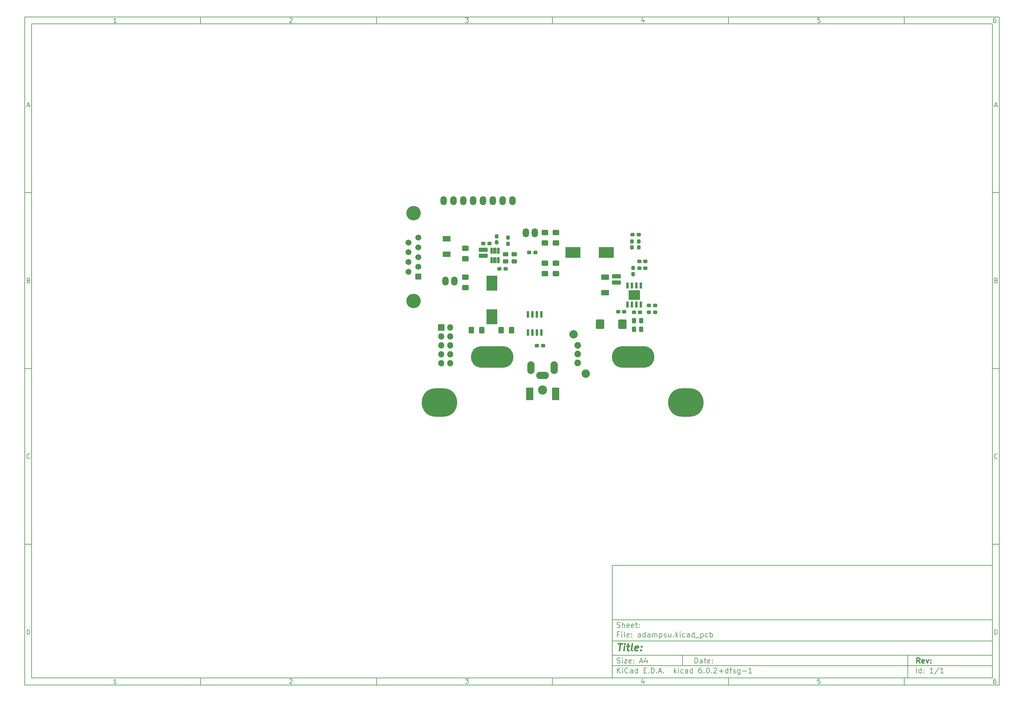
<source format=gbr>
G04 #@! TF.GenerationSoftware,KiCad,Pcbnew,6.0.2+dfsg-1*
G04 #@! TF.CreationDate,2023-07-16T14:07:35-07:00*
G04 #@! TF.ProjectId,adampsu,6164616d-7073-4752-9e6b-696361645f70,rev?*
G04 #@! TF.SameCoordinates,Original*
G04 #@! TF.FileFunction,Soldermask,Top*
G04 #@! TF.FilePolarity,Negative*
%FSLAX46Y46*%
G04 Gerber Fmt 4.6, Leading zero omitted, Abs format (unit mm)*
G04 Created by KiCad (PCBNEW 6.0.2+dfsg-1) date 2023-07-16 14:07:35*
%MOMM*%
%LPD*%
G01*
G04 APERTURE LIST*
G04 Aperture macros list*
%AMRoundRect*
0 Rectangle with rounded corners*
0 $1 Rounding radius*
0 $2 $3 $4 $5 $6 $7 $8 $9 X,Y pos of 4 corners*
0 Add a 4 corners polygon primitive as box body*
4,1,4,$2,$3,$4,$5,$6,$7,$8,$9,$2,$3,0*
0 Add four circle primitives for the rounded corners*
1,1,$1+$1,$2,$3*
1,1,$1+$1,$4,$5*
1,1,$1+$1,$6,$7*
1,1,$1+$1,$8,$9*
0 Add four rect primitives between the rounded corners*
20,1,$1+$1,$2,$3,$4,$5,0*
20,1,$1+$1,$4,$5,$6,$7,0*
20,1,$1+$1,$6,$7,$8,$9,0*
20,1,$1+$1,$8,$9,$2,$3,0*%
G04 Aperture macros list end*
%ADD10C,0.100000*%
%ADD11C,0.150000*%
%ADD12C,0.300000*%
%ADD13C,0.400000*%
%ADD14O,1.802000X2.602000*%
%ADD15RoundRect,0.301000X0.450000X-0.325000X0.450000X0.325000X-0.450000X0.325000X-0.450000X-0.325000X0*%
%ADD16RoundRect,0.051000X-1.500000X2.050000X-1.500000X-2.050000X1.500000X-2.050000X1.500000X2.050000X0*%
%ADD17RoundRect,0.300550X-0.950450X0.325450X-0.950450X-0.325450X0.950450X-0.325450X0.950450X0.325450X0*%
%ADD18RoundRect,0.051000X2.050000X1.500000X-2.050000X1.500000X-2.050000X-1.500000X2.050000X-1.500000X0*%
%ADD19RoundRect,0.301001X0.624999X-0.462499X0.624999X0.462499X-0.624999X0.462499X-0.624999X-0.462499X0*%
%ADD20RoundRect,0.288500X0.237500X-0.287500X0.237500X0.287500X-0.237500X0.287500X-0.237500X-0.287500X0*%
%ADD21RoundRect,0.051000X0.300000X-0.775000X0.300000X0.775000X-0.300000X0.775000X-0.300000X-0.775000X0*%
%ADD22RoundRect,0.051000X1.550000X-1.300000X1.550000X1.300000X-1.550000X1.300000X-1.550000X-1.300000X0*%
%ADD23RoundRect,0.051000X-0.850000X-0.850000X0.850000X-0.850000X0.850000X0.850000X-0.850000X0.850000X0*%
%ADD24O,1.802000X1.802000*%
%ADD25RoundRect,0.288500X-0.287500X-0.237500X0.287500X-0.237500X0.287500X0.237500X-0.287500X0.237500X0*%
%ADD26RoundRect,0.288500X-0.237500X0.287500X-0.237500X-0.287500X0.237500X-0.287500X0.237500X0.287500X0*%
%ADD27RoundRect,0.288500X0.287500X0.237500X-0.287500X0.237500X-0.287500X-0.237500X0.287500X-0.237500X0*%
%ADD28RoundRect,0.301001X-0.462499X-0.624999X0.462499X-0.624999X0.462499X0.624999X-0.462499X0.624999X0*%
%ADD29RoundRect,0.301000X0.875000X1.025000X-0.875000X1.025000X-0.875000X-1.025000X0.875000X-1.025000X0*%
%ADD30RoundRect,0.301000X-0.325000X-0.450000X0.325000X-0.450000X0.325000X0.450000X-0.325000X0.450000X0*%
%ADD31RoundRect,0.301001X-0.624999X0.462499X-0.624999X-0.462499X0.624999X-0.462499X0.624999X0.462499X0*%
%ADD32RoundRect,0.051000X0.325000X-0.780000X0.325000X0.780000X-0.325000X0.780000X-0.325000X-0.780000X0*%
%ADD33C,2.602000*%
%ADD34O,2.102000X3.602000*%
%ADD35O,3.602000X2.102000*%
%ADD36RoundRect,0.051000X-1.000000X-1.750000X1.000000X-1.750000X1.000000X1.750000X-1.000000X1.750000X0*%
%ADD37RoundRect,0.051000X1.050000X-0.700000X1.050000X0.700000X-1.050000X0.700000X-1.050000X-0.700000X0*%
%ADD38RoundRect,0.051000X-1.050000X0.700000X-1.050000X-0.700000X1.050000X-0.700000X1.050000X0.700000X0*%
%ADD39C,4.102000*%
%ADD40RoundRect,0.051000X-0.800000X0.800000X-0.800000X-0.800000X0.800000X-0.800000X0.800000X0.800000X0*%
%ADD41C,1.702000*%
%ADD42C,1.880000*%
%ADD43C,2.388000*%
%ADD44O,10.102000X8.102000*%
%ADD45O,12.102000X6.102000*%
%ADD46RoundRect,0.301001X0.462499X0.624999X-0.462499X0.624999X-0.462499X-0.624999X0.462499X-0.624999X0*%
%ADD47RoundRect,0.201000X0.150000X-0.725000X0.150000X0.725000X-0.150000X0.725000X-0.150000X-0.725000X0*%
G04 APERTURE END LIST*
D10*
D11*
X177002200Y-166007200D02*
X177002200Y-198007200D01*
X285002200Y-198007200D01*
X285002200Y-166007200D01*
X177002200Y-166007200D01*
D10*
D11*
X10000000Y-10000000D02*
X10000000Y-200007200D01*
X287002200Y-200007200D01*
X287002200Y-10000000D01*
X10000000Y-10000000D01*
D10*
D11*
X12000000Y-12000000D02*
X12000000Y-198007200D01*
X285002200Y-198007200D01*
X285002200Y-12000000D01*
X12000000Y-12000000D01*
D10*
D11*
X60000000Y-12000000D02*
X60000000Y-10000000D01*
D10*
D11*
X110000000Y-12000000D02*
X110000000Y-10000000D01*
D10*
D11*
X160000000Y-12000000D02*
X160000000Y-10000000D01*
D10*
D11*
X210000000Y-12000000D02*
X210000000Y-10000000D01*
D10*
D11*
X260000000Y-12000000D02*
X260000000Y-10000000D01*
D10*
D11*
X36065476Y-11588095D02*
X35322619Y-11588095D01*
X35694047Y-11588095D02*
X35694047Y-10288095D01*
X35570238Y-10473809D01*
X35446428Y-10597619D01*
X35322619Y-10659523D01*
D10*
D11*
X85322619Y-10411904D02*
X85384523Y-10350000D01*
X85508333Y-10288095D01*
X85817857Y-10288095D01*
X85941666Y-10350000D01*
X86003571Y-10411904D01*
X86065476Y-10535714D01*
X86065476Y-10659523D01*
X86003571Y-10845238D01*
X85260714Y-11588095D01*
X86065476Y-11588095D01*
D10*
D11*
X135260714Y-10288095D02*
X136065476Y-10288095D01*
X135632142Y-10783333D01*
X135817857Y-10783333D01*
X135941666Y-10845238D01*
X136003571Y-10907142D01*
X136065476Y-11030952D01*
X136065476Y-11340476D01*
X136003571Y-11464285D01*
X135941666Y-11526190D01*
X135817857Y-11588095D01*
X135446428Y-11588095D01*
X135322619Y-11526190D01*
X135260714Y-11464285D01*
D10*
D11*
X185941666Y-10721428D02*
X185941666Y-11588095D01*
X185632142Y-10226190D02*
X185322619Y-11154761D01*
X186127380Y-11154761D01*
D10*
D11*
X236003571Y-10288095D02*
X235384523Y-10288095D01*
X235322619Y-10907142D01*
X235384523Y-10845238D01*
X235508333Y-10783333D01*
X235817857Y-10783333D01*
X235941666Y-10845238D01*
X236003571Y-10907142D01*
X236065476Y-11030952D01*
X236065476Y-11340476D01*
X236003571Y-11464285D01*
X235941666Y-11526190D01*
X235817857Y-11588095D01*
X235508333Y-11588095D01*
X235384523Y-11526190D01*
X235322619Y-11464285D01*
D10*
D11*
X285941666Y-10288095D02*
X285694047Y-10288095D01*
X285570238Y-10350000D01*
X285508333Y-10411904D01*
X285384523Y-10597619D01*
X285322619Y-10845238D01*
X285322619Y-11340476D01*
X285384523Y-11464285D01*
X285446428Y-11526190D01*
X285570238Y-11588095D01*
X285817857Y-11588095D01*
X285941666Y-11526190D01*
X286003571Y-11464285D01*
X286065476Y-11340476D01*
X286065476Y-11030952D01*
X286003571Y-10907142D01*
X285941666Y-10845238D01*
X285817857Y-10783333D01*
X285570238Y-10783333D01*
X285446428Y-10845238D01*
X285384523Y-10907142D01*
X285322619Y-11030952D01*
D10*
D11*
X60000000Y-198007200D02*
X60000000Y-200007200D01*
D10*
D11*
X110000000Y-198007200D02*
X110000000Y-200007200D01*
D10*
D11*
X160000000Y-198007200D02*
X160000000Y-200007200D01*
D10*
D11*
X210000000Y-198007200D02*
X210000000Y-200007200D01*
D10*
D11*
X260000000Y-198007200D02*
X260000000Y-200007200D01*
D10*
D11*
X36065476Y-199595295D02*
X35322619Y-199595295D01*
X35694047Y-199595295D02*
X35694047Y-198295295D01*
X35570238Y-198481009D01*
X35446428Y-198604819D01*
X35322619Y-198666723D01*
D10*
D11*
X85322619Y-198419104D02*
X85384523Y-198357200D01*
X85508333Y-198295295D01*
X85817857Y-198295295D01*
X85941666Y-198357200D01*
X86003571Y-198419104D01*
X86065476Y-198542914D01*
X86065476Y-198666723D01*
X86003571Y-198852438D01*
X85260714Y-199595295D01*
X86065476Y-199595295D01*
D10*
D11*
X135260714Y-198295295D02*
X136065476Y-198295295D01*
X135632142Y-198790533D01*
X135817857Y-198790533D01*
X135941666Y-198852438D01*
X136003571Y-198914342D01*
X136065476Y-199038152D01*
X136065476Y-199347676D01*
X136003571Y-199471485D01*
X135941666Y-199533390D01*
X135817857Y-199595295D01*
X135446428Y-199595295D01*
X135322619Y-199533390D01*
X135260714Y-199471485D01*
D10*
D11*
X185941666Y-198728628D02*
X185941666Y-199595295D01*
X185632142Y-198233390D02*
X185322619Y-199161961D01*
X186127380Y-199161961D01*
D10*
D11*
X236003571Y-198295295D02*
X235384523Y-198295295D01*
X235322619Y-198914342D01*
X235384523Y-198852438D01*
X235508333Y-198790533D01*
X235817857Y-198790533D01*
X235941666Y-198852438D01*
X236003571Y-198914342D01*
X236065476Y-199038152D01*
X236065476Y-199347676D01*
X236003571Y-199471485D01*
X235941666Y-199533390D01*
X235817857Y-199595295D01*
X235508333Y-199595295D01*
X235384523Y-199533390D01*
X235322619Y-199471485D01*
D10*
D11*
X285941666Y-198295295D02*
X285694047Y-198295295D01*
X285570238Y-198357200D01*
X285508333Y-198419104D01*
X285384523Y-198604819D01*
X285322619Y-198852438D01*
X285322619Y-199347676D01*
X285384523Y-199471485D01*
X285446428Y-199533390D01*
X285570238Y-199595295D01*
X285817857Y-199595295D01*
X285941666Y-199533390D01*
X286003571Y-199471485D01*
X286065476Y-199347676D01*
X286065476Y-199038152D01*
X286003571Y-198914342D01*
X285941666Y-198852438D01*
X285817857Y-198790533D01*
X285570238Y-198790533D01*
X285446428Y-198852438D01*
X285384523Y-198914342D01*
X285322619Y-199038152D01*
D10*
D11*
X10000000Y-60000000D02*
X12000000Y-60000000D01*
D10*
D11*
X10000000Y-110000000D02*
X12000000Y-110000000D01*
D10*
D11*
X10000000Y-160000000D02*
X12000000Y-160000000D01*
D10*
D11*
X10690476Y-35216666D02*
X11309523Y-35216666D01*
X10566666Y-35588095D02*
X11000000Y-34288095D01*
X11433333Y-35588095D01*
D10*
D11*
X11092857Y-84907142D02*
X11278571Y-84969047D01*
X11340476Y-85030952D01*
X11402380Y-85154761D01*
X11402380Y-85340476D01*
X11340476Y-85464285D01*
X11278571Y-85526190D01*
X11154761Y-85588095D01*
X10659523Y-85588095D01*
X10659523Y-84288095D01*
X11092857Y-84288095D01*
X11216666Y-84350000D01*
X11278571Y-84411904D01*
X11340476Y-84535714D01*
X11340476Y-84659523D01*
X11278571Y-84783333D01*
X11216666Y-84845238D01*
X11092857Y-84907142D01*
X10659523Y-84907142D01*
D10*
D11*
X11402380Y-135464285D02*
X11340476Y-135526190D01*
X11154761Y-135588095D01*
X11030952Y-135588095D01*
X10845238Y-135526190D01*
X10721428Y-135402380D01*
X10659523Y-135278571D01*
X10597619Y-135030952D01*
X10597619Y-134845238D01*
X10659523Y-134597619D01*
X10721428Y-134473809D01*
X10845238Y-134350000D01*
X11030952Y-134288095D01*
X11154761Y-134288095D01*
X11340476Y-134350000D01*
X11402380Y-134411904D01*
D10*
D11*
X10659523Y-185588095D02*
X10659523Y-184288095D01*
X10969047Y-184288095D01*
X11154761Y-184350000D01*
X11278571Y-184473809D01*
X11340476Y-184597619D01*
X11402380Y-184845238D01*
X11402380Y-185030952D01*
X11340476Y-185278571D01*
X11278571Y-185402380D01*
X11154761Y-185526190D01*
X10969047Y-185588095D01*
X10659523Y-185588095D01*
D10*
D11*
X287002200Y-60000000D02*
X285002200Y-60000000D01*
D10*
D11*
X287002200Y-110000000D02*
X285002200Y-110000000D01*
D10*
D11*
X287002200Y-160000000D02*
X285002200Y-160000000D01*
D10*
D11*
X285692676Y-35216666D02*
X286311723Y-35216666D01*
X285568866Y-35588095D02*
X286002200Y-34288095D01*
X286435533Y-35588095D01*
D10*
D11*
X286095057Y-84907142D02*
X286280771Y-84969047D01*
X286342676Y-85030952D01*
X286404580Y-85154761D01*
X286404580Y-85340476D01*
X286342676Y-85464285D01*
X286280771Y-85526190D01*
X286156961Y-85588095D01*
X285661723Y-85588095D01*
X285661723Y-84288095D01*
X286095057Y-84288095D01*
X286218866Y-84350000D01*
X286280771Y-84411904D01*
X286342676Y-84535714D01*
X286342676Y-84659523D01*
X286280771Y-84783333D01*
X286218866Y-84845238D01*
X286095057Y-84907142D01*
X285661723Y-84907142D01*
D10*
D11*
X286404580Y-135464285D02*
X286342676Y-135526190D01*
X286156961Y-135588095D01*
X286033152Y-135588095D01*
X285847438Y-135526190D01*
X285723628Y-135402380D01*
X285661723Y-135278571D01*
X285599819Y-135030952D01*
X285599819Y-134845238D01*
X285661723Y-134597619D01*
X285723628Y-134473809D01*
X285847438Y-134350000D01*
X286033152Y-134288095D01*
X286156961Y-134288095D01*
X286342676Y-134350000D01*
X286404580Y-134411904D01*
D10*
D11*
X285661723Y-185588095D02*
X285661723Y-184288095D01*
X285971247Y-184288095D01*
X286156961Y-184350000D01*
X286280771Y-184473809D01*
X286342676Y-184597619D01*
X286404580Y-184845238D01*
X286404580Y-185030952D01*
X286342676Y-185278571D01*
X286280771Y-185402380D01*
X286156961Y-185526190D01*
X285971247Y-185588095D01*
X285661723Y-185588095D01*
D10*
D11*
X200434342Y-193785771D02*
X200434342Y-192285771D01*
X200791485Y-192285771D01*
X201005771Y-192357200D01*
X201148628Y-192500057D01*
X201220057Y-192642914D01*
X201291485Y-192928628D01*
X201291485Y-193142914D01*
X201220057Y-193428628D01*
X201148628Y-193571485D01*
X201005771Y-193714342D01*
X200791485Y-193785771D01*
X200434342Y-193785771D01*
X202577200Y-193785771D02*
X202577200Y-193000057D01*
X202505771Y-192857200D01*
X202362914Y-192785771D01*
X202077200Y-192785771D01*
X201934342Y-192857200D01*
X202577200Y-193714342D02*
X202434342Y-193785771D01*
X202077200Y-193785771D01*
X201934342Y-193714342D01*
X201862914Y-193571485D01*
X201862914Y-193428628D01*
X201934342Y-193285771D01*
X202077200Y-193214342D01*
X202434342Y-193214342D01*
X202577200Y-193142914D01*
X203077200Y-192785771D02*
X203648628Y-192785771D01*
X203291485Y-192285771D02*
X203291485Y-193571485D01*
X203362914Y-193714342D01*
X203505771Y-193785771D01*
X203648628Y-193785771D01*
X204720057Y-193714342D02*
X204577200Y-193785771D01*
X204291485Y-193785771D01*
X204148628Y-193714342D01*
X204077200Y-193571485D01*
X204077200Y-193000057D01*
X204148628Y-192857200D01*
X204291485Y-192785771D01*
X204577200Y-192785771D01*
X204720057Y-192857200D01*
X204791485Y-193000057D01*
X204791485Y-193142914D01*
X204077200Y-193285771D01*
X205434342Y-193642914D02*
X205505771Y-193714342D01*
X205434342Y-193785771D01*
X205362914Y-193714342D01*
X205434342Y-193642914D01*
X205434342Y-193785771D01*
X205434342Y-192857200D02*
X205505771Y-192928628D01*
X205434342Y-193000057D01*
X205362914Y-192928628D01*
X205434342Y-192857200D01*
X205434342Y-193000057D01*
D10*
D11*
X177002200Y-194507200D02*
X285002200Y-194507200D01*
D10*
D11*
X178434342Y-196585771D02*
X178434342Y-195085771D01*
X179291485Y-196585771D02*
X178648628Y-195728628D01*
X179291485Y-195085771D02*
X178434342Y-195942914D01*
X179934342Y-196585771D02*
X179934342Y-195585771D01*
X179934342Y-195085771D02*
X179862914Y-195157200D01*
X179934342Y-195228628D01*
X180005771Y-195157200D01*
X179934342Y-195085771D01*
X179934342Y-195228628D01*
X181505771Y-196442914D02*
X181434342Y-196514342D01*
X181220057Y-196585771D01*
X181077200Y-196585771D01*
X180862914Y-196514342D01*
X180720057Y-196371485D01*
X180648628Y-196228628D01*
X180577200Y-195942914D01*
X180577200Y-195728628D01*
X180648628Y-195442914D01*
X180720057Y-195300057D01*
X180862914Y-195157200D01*
X181077200Y-195085771D01*
X181220057Y-195085771D01*
X181434342Y-195157200D01*
X181505771Y-195228628D01*
X182791485Y-196585771D02*
X182791485Y-195800057D01*
X182720057Y-195657200D01*
X182577200Y-195585771D01*
X182291485Y-195585771D01*
X182148628Y-195657200D01*
X182791485Y-196514342D02*
X182648628Y-196585771D01*
X182291485Y-196585771D01*
X182148628Y-196514342D01*
X182077200Y-196371485D01*
X182077200Y-196228628D01*
X182148628Y-196085771D01*
X182291485Y-196014342D01*
X182648628Y-196014342D01*
X182791485Y-195942914D01*
X184148628Y-196585771D02*
X184148628Y-195085771D01*
X184148628Y-196514342D02*
X184005771Y-196585771D01*
X183720057Y-196585771D01*
X183577200Y-196514342D01*
X183505771Y-196442914D01*
X183434342Y-196300057D01*
X183434342Y-195871485D01*
X183505771Y-195728628D01*
X183577200Y-195657200D01*
X183720057Y-195585771D01*
X184005771Y-195585771D01*
X184148628Y-195657200D01*
X186005771Y-195800057D02*
X186505771Y-195800057D01*
X186720057Y-196585771D02*
X186005771Y-196585771D01*
X186005771Y-195085771D01*
X186720057Y-195085771D01*
X187362914Y-196442914D02*
X187434342Y-196514342D01*
X187362914Y-196585771D01*
X187291485Y-196514342D01*
X187362914Y-196442914D01*
X187362914Y-196585771D01*
X188077200Y-196585771D02*
X188077200Y-195085771D01*
X188434342Y-195085771D01*
X188648628Y-195157200D01*
X188791485Y-195300057D01*
X188862914Y-195442914D01*
X188934342Y-195728628D01*
X188934342Y-195942914D01*
X188862914Y-196228628D01*
X188791485Y-196371485D01*
X188648628Y-196514342D01*
X188434342Y-196585771D01*
X188077200Y-196585771D01*
X189577200Y-196442914D02*
X189648628Y-196514342D01*
X189577200Y-196585771D01*
X189505771Y-196514342D01*
X189577200Y-196442914D01*
X189577200Y-196585771D01*
X190220057Y-196157200D02*
X190934342Y-196157200D01*
X190077200Y-196585771D02*
X190577200Y-195085771D01*
X191077200Y-196585771D01*
X191577200Y-196442914D02*
X191648628Y-196514342D01*
X191577200Y-196585771D01*
X191505771Y-196514342D01*
X191577200Y-196442914D01*
X191577200Y-196585771D01*
X194577200Y-196585771D02*
X194577200Y-195085771D01*
X194720057Y-196014342D02*
X195148628Y-196585771D01*
X195148628Y-195585771D02*
X194577200Y-196157200D01*
X195791485Y-196585771D02*
X195791485Y-195585771D01*
X195791485Y-195085771D02*
X195720057Y-195157200D01*
X195791485Y-195228628D01*
X195862914Y-195157200D01*
X195791485Y-195085771D01*
X195791485Y-195228628D01*
X197148628Y-196514342D02*
X197005771Y-196585771D01*
X196720057Y-196585771D01*
X196577200Y-196514342D01*
X196505771Y-196442914D01*
X196434342Y-196300057D01*
X196434342Y-195871485D01*
X196505771Y-195728628D01*
X196577200Y-195657200D01*
X196720057Y-195585771D01*
X197005771Y-195585771D01*
X197148628Y-195657200D01*
X198434342Y-196585771D02*
X198434342Y-195800057D01*
X198362914Y-195657200D01*
X198220057Y-195585771D01*
X197934342Y-195585771D01*
X197791485Y-195657200D01*
X198434342Y-196514342D02*
X198291485Y-196585771D01*
X197934342Y-196585771D01*
X197791485Y-196514342D01*
X197720057Y-196371485D01*
X197720057Y-196228628D01*
X197791485Y-196085771D01*
X197934342Y-196014342D01*
X198291485Y-196014342D01*
X198434342Y-195942914D01*
X199791485Y-196585771D02*
X199791485Y-195085771D01*
X199791485Y-196514342D02*
X199648628Y-196585771D01*
X199362914Y-196585771D01*
X199220057Y-196514342D01*
X199148628Y-196442914D01*
X199077200Y-196300057D01*
X199077200Y-195871485D01*
X199148628Y-195728628D01*
X199220057Y-195657200D01*
X199362914Y-195585771D01*
X199648628Y-195585771D01*
X199791485Y-195657200D01*
X202291485Y-195085771D02*
X202005771Y-195085771D01*
X201862914Y-195157200D01*
X201791485Y-195228628D01*
X201648628Y-195442914D01*
X201577200Y-195728628D01*
X201577200Y-196300057D01*
X201648628Y-196442914D01*
X201720057Y-196514342D01*
X201862914Y-196585771D01*
X202148628Y-196585771D01*
X202291485Y-196514342D01*
X202362914Y-196442914D01*
X202434342Y-196300057D01*
X202434342Y-195942914D01*
X202362914Y-195800057D01*
X202291485Y-195728628D01*
X202148628Y-195657200D01*
X201862914Y-195657200D01*
X201720057Y-195728628D01*
X201648628Y-195800057D01*
X201577200Y-195942914D01*
X203077200Y-196442914D02*
X203148628Y-196514342D01*
X203077200Y-196585771D01*
X203005771Y-196514342D01*
X203077200Y-196442914D01*
X203077200Y-196585771D01*
X204077200Y-195085771D02*
X204220057Y-195085771D01*
X204362914Y-195157200D01*
X204434342Y-195228628D01*
X204505771Y-195371485D01*
X204577200Y-195657200D01*
X204577200Y-196014342D01*
X204505771Y-196300057D01*
X204434342Y-196442914D01*
X204362914Y-196514342D01*
X204220057Y-196585771D01*
X204077200Y-196585771D01*
X203934342Y-196514342D01*
X203862914Y-196442914D01*
X203791485Y-196300057D01*
X203720057Y-196014342D01*
X203720057Y-195657200D01*
X203791485Y-195371485D01*
X203862914Y-195228628D01*
X203934342Y-195157200D01*
X204077200Y-195085771D01*
X205220057Y-196442914D02*
X205291485Y-196514342D01*
X205220057Y-196585771D01*
X205148628Y-196514342D01*
X205220057Y-196442914D01*
X205220057Y-196585771D01*
X205862914Y-195228628D02*
X205934342Y-195157200D01*
X206077200Y-195085771D01*
X206434342Y-195085771D01*
X206577200Y-195157200D01*
X206648628Y-195228628D01*
X206720057Y-195371485D01*
X206720057Y-195514342D01*
X206648628Y-195728628D01*
X205791485Y-196585771D01*
X206720057Y-196585771D01*
X207362914Y-196014342D02*
X208505771Y-196014342D01*
X207934342Y-196585771D02*
X207934342Y-195442914D01*
X209862914Y-196585771D02*
X209862914Y-195085771D01*
X209862914Y-196514342D02*
X209720057Y-196585771D01*
X209434342Y-196585771D01*
X209291485Y-196514342D01*
X209220057Y-196442914D01*
X209148628Y-196300057D01*
X209148628Y-195871485D01*
X209220057Y-195728628D01*
X209291485Y-195657200D01*
X209434342Y-195585771D01*
X209720057Y-195585771D01*
X209862914Y-195657200D01*
X210362914Y-195585771D02*
X210934342Y-195585771D01*
X210577200Y-196585771D02*
X210577200Y-195300057D01*
X210648628Y-195157200D01*
X210791485Y-195085771D01*
X210934342Y-195085771D01*
X211362914Y-196514342D02*
X211505771Y-196585771D01*
X211791485Y-196585771D01*
X211934342Y-196514342D01*
X212005771Y-196371485D01*
X212005771Y-196300057D01*
X211934342Y-196157200D01*
X211791485Y-196085771D01*
X211577200Y-196085771D01*
X211434342Y-196014342D01*
X211362914Y-195871485D01*
X211362914Y-195800057D01*
X211434342Y-195657200D01*
X211577200Y-195585771D01*
X211791485Y-195585771D01*
X211934342Y-195657200D01*
X213291485Y-195585771D02*
X213291485Y-196800057D01*
X213220057Y-196942914D01*
X213148628Y-197014342D01*
X213005771Y-197085771D01*
X212791485Y-197085771D01*
X212648628Y-197014342D01*
X213291485Y-196514342D02*
X213148628Y-196585771D01*
X212862914Y-196585771D01*
X212720057Y-196514342D01*
X212648628Y-196442914D01*
X212577200Y-196300057D01*
X212577200Y-195871485D01*
X212648628Y-195728628D01*
X212720057Y-195657200D01*
X212862914Y-195585771D01*
X213148628Y-195585771D01*
X213291485Y-195657200D01*
X214005771Y-196014342D02*
X215148628Y-196014342D01*
X216648628Y-196585771D02*
X215791485Y-196585771D01*
X216220057Y-196585771D02*
X216220057Y-195085771D01*
X216077200Y-195300057D01*
X215934342Y-195442914D01*
X215791485Y-195514342D01*
D10*
D11*
X177002200Y-191507200D02*
X285002200Y-191507200D01*
D10*
D12*
X264411485Y-193785771D02*
X263911485Y-193071485D01*
X263554342Y-193785771D02*
X263554342Y-192285771D01*
X264125771Y-192285771D01*
X264268628Y-192357200D01*
X264340057Y-192428628D01*
X264411485Y-192571485D01*
X264411485Y-192785771D01*
X264340057Y-192928628D01*
X264268628Y-193000057D01*
X264125771Y-193071485D01*
X263554342Y-193071485D01*
X265625771Y-193714342D02*
X265482914Y-193785771D01*
X265197200Y-193785771D01*
X265054342Y-193714342D01*
X264982914Y-193571485D01*
X264982914Y-193000057D01*
X265054342Y-192857200D01*
X265197200Y-192785771D01*
X265482914Y-192785771D01*
X265625771Y-192857200D01*
X265697200Y-193000057D01*
X265697200Y-193142914D01*
X264982914Y-193285771D01*
X266197200Y-192785771D02*
X266554342Y-193785771D01*
X266911485Y-192785771D01*
X267482914Y-193642914D02*
X267554342Y-193714342D01*
X267482914Y-193785771D01*
X267411485Y-193714342D01*
X267482914Y-193642914D01*
X267482914Y-193785771D01*
X267482914Y-192857200D02*
X267554342Y-192928628D01*
X267482914Y-193000057D01*
X267411485Y-192928628D01*
X267482914Y-192857200D01*
X267482914Y-193000057D01*
D10*
D11*
X178362914Y-193714342D02*
X178577200Y-193785771D01*
X178934342Y-193785771D01*
X179077200Y-193714342D01*
X179148628Y-193642914D01*
X179220057Y-193500057D01*
X179220057Y-193357200D01*
X179148628Y-193214342D01*
X179077200Y-193142914D01*
X178934342Y-193071485D01*
X178648628Y-193000057D01*
X178505771Y-192928628D01*
X178434342Y-192857200D01*
X178362914Y-192714342D01*
X178362914Y-192571485D01*
X178434342Y-192428628D01*
X178505771Y-192357200D01*
X178648628Y-192285771D01*
X179005771Y-192285771D01*
X179220057Y-192357200D01*
X179862914Y-193785771D02*
X179862914Y-192785771D01*
X179862914Y-192285771D02*
X179791485Y-192357200D01*
X179862914Y-192428628D01*
X179934342Y-192357200D01*
X179862914Y-192285771D01*
X179862914Y-192428628D01*
X180434342Y-192785771D02*
X181220057Y-192785771D01*
X180434342Y-193785771D01*
X181220057Y-193785771D01*
X182362914Y-193714342D02*
X182220057Y-193785771D01*
X181934342Y-193785771D01*
X181791485Y-193714342D01*
X181720057Y-193571485D01*
X181720057Y-193000057D01*
X181791485Y-192857200D01*
X181934342Y-192785771D01*
X182220057Y-192785771D01*
X182362914Y-192857200D01*
X182434342Y-193000057D01*
X182434342Y-193142914D01*
X181720057Y-193285771D01*
X183077200Y-193642914D02*
X183148628Y-193714342D01*
X183077200Y-193785771D01*
X183005771Y-193714342D01*
X183077200Y-193642914D01*
X183077200Y-193785771D01*
X183077200Y-192857200D02*
X183148628Y-192928628D01*
X183077200Y-193000057D01*
X183005771Y-192928628D01*
X183077200Y-192857200D01*
X183077200Y-193000057D01*
X184862914Y-193357200D02*
X185577200Y-193357200D01*
X184720057Y-193785771D02*
X185220057Y-192285771D01*
X185720057Y-193785771D01*
X186862914Y-192785771D02*
X186862914Y-193785771D01*
X186505771Y-192214342D02*
X186148628Y-193285771D01*
X187077200Y-193285771D01*
D10*
D11*
X263434342Y-196585771D02*
X263434342Y-195085771D01*
X264791485Y-196585771D02*
X264791485Y-195085771D01*
X264791485Y-196514342D02*
X264648628Y-196585771D01*
X264362914Y-196585771D01*
X264220057Y-196514342D01*
X264148628Y-196442914D01*
X264077200Y-196300057D01*
X264077200Y-195871485D01*
X264148628Y-195728628D01*
X264220057Y-195657200D01*
X264362914Y-195585771D01*
X264648628Y-195585771D01*
X264791485Y-195657200D01*
X265505771Y-196442914D02*
X265577200Y-196514342D01*
X265505771Y-196585771D01*
X265434342Y-196514342D01*
X265505771Y-196442914D01*
X265505771Y-196585771D01*
X265505771Y-195657200D02*
X265577200Y-195728628D01*
X265505771Y-195800057D01*
X265434342Y-195728628D01*
X265505771Y-195657200D01*
X265505771Y-195800057D01*
X268148628Y-196585771D02*
X267291485Y-196585771D01*
X267720057Y-196585771D02*
X267720057Y-195085771D01*
X267577200Y-195300057D01*
X267434342Y-195442914D01*
X267291485Y-195514342D01*
X269862914Y-195014342D02*
X268577200Y-196942914D01*
X271148628Y-196585771D02*
X270291485Y-196585771D01*
X270720057Y-196585771D02*
X270720057Y-195085771D01*
X270577200Y-195300057D01*
X270434342Y-195442914D01*
X270291485Y-195514342D01*
D10*
D11*
X177002200Y-187507200D02*
X285002200Y-187507200D01*
D10*
D13*
X178714580Y-188211961D02*
X179857438Y-188211961D01*
X179036009Y-190211961D02*
X179286009Y-188211961D01*
X180274104Y-190211961D02*
X180440771Y-188878628D01*
X180524104Y-188211961D02*
X180416961Y-188307200D01*
X180500295Y-188402438D01*
X180607438Y-188307200D01*
X180524104Y-188211961D01*
X180500295Y-188402438D01*
X181107438Y-188878628D02*
X181869342Y-188878628D01*
X181476485Y-188211961D02*
X181262200Y-189926247D01*
X181333628Y-190116723D01*
X181512200Y-190211961D01*
X181702676Y-190211961D01*
X182655057Y-190211961D02*
X182476485Y-190116723D01*
X182405057Y-189926247D01*
X182619342Y-188211961D01*
X184190771Y-190116723D02*
X183988390Y-190211961D01*
X183607438Y-190211961D01*
X183428866Y-190116723D01*
X183357438Y-189926247D01*
X183452676Y-189164342D01*
X183571723Y-188973866D01*
X183774104Y-188878628D01*
X184155057Y-188878628D01*
X184333628Y-188973866D01*
X184405057Y-189164342D01*
X184381247Y-189354819D01*
X183405057Y-189545295D01*
X185155057Y-190021485D02*
X185238390Y-190116723D01*
X185131247Y-190211961D01*
X185047914Y-190116723D01*
X185155057Y-190021485D01*
X185131247Y-190211961D01*
X185286009Y-188973866D02*
X185369342Y-189069104D01*
X185262200Y-189164342D01*
X185178866Y-189069104D01*
X185286009Y-188973866D01*
X185262200Y-189164342D01*
D10*
D11*
X178934342Y-185600057D02*
X178434342Y-185600057D01*
X178434342Y-186385771D02*
X178434342Y-184885771D01*
X179148628Y-184885771D01*
X179720057Y-186385771D02*
X179720057Y-185385771D01*
X179720057Y-184885771D02*
X179648628Y-184957200D01*
X179720057Y-185028628D01*
X179791485Y-184957200D01*
X179720057Y-184885771D01*
X179720057Y-185028628D01*
X180648628Y-186385771D02*
X180505771Y-186314342D01*
X180434342Y-186171485D01*
X180434342Y-184885771D01*
X181791485Y-186314342D02*
X181648628Y-186385771D01*
X181362914Y-186385771D01*
X181220057Y-186314342D01*
X181148628Y-186171485D01*
X181148628Y-185600057D01*
X181220057Y-185457200D01*
X181362914Y-185385771D01*
X181648628Y-185385771D01*
X181791485Y-185457200D01*
X181862914Y-185600057D01*
X181862914Y-185742914D01*
X181148628Y-185885771D01*
X182505771Y-186242914D02*
X182577200Y-186314342D01*
X182505771Y-186385771D01*
X182434342Y-186314342D01*
X182505771Y-186242914D01*
X182505771Y-186385771D01*
X182505771Y-185457200D02*
X182577200Y-185528628D01*
X182505771Y-185600057D01*
X182434342Y-185528628D01*
X182505771Y-185457200D01*
X182505771Y-185600057D01*
X185005771Y-186385771D02*
X185005771Y-185600057D01*
X184934342Y-185457200D01*
X184791485Y-185385771D01*
X184505771Y-185385771D01*
X184362914Y-185457200D01*
X185005771Y-186314342D02*
X184862914Y-186385771D01*
X184505771Y-186385771D01*
X184362914Y-186314342D01*
X184291485Y-186171485D01*
X184291485Y-186028628D01*
X184362914Y-185885771D01*
X184505771Y-185814342D01*
X184862914Y-185814342D01*
X185005771Y-185742914D01*
X186362914Y-186385771D02*
X186362914Y-184885771D01*
X186362914Y-186314342D02*
X186220057Y-186385771D01*
X185934342Y-186385771D01*
X185791485Y-186314342D01*
X185720057Y-186242914D01*
X185648628Y-186100057D01*
X185648628Y-185671485D01*
X185720057Y-185528628D01*
X185791485Y-185457200D01*
X185934342Y-185385771D01*
X186220057Y-185385771D01*
X186362914Y-185457200D01*
X187720057Y-186385771D02*
X187720057Y-185600057D01*
X187648628Y-185457200D01*
X187505771Y-185385771D01*
X187220057Y-185385771D01*
X187077200Y-185457200D01*
X187720057Y-186314342D02*
X187577200Y-186385771D01*
X187220057Y-186385771D01*
X187077200Y-186314342D01*
X187005771Y-186171485D01*
X187005771Y-186028628D01*
X187077200Y-185885771D01*
X187220057Y-185814342D01*
X187577200Y-185814342D01*
X187720057Y-185742914D01*
X188434342Y-186385771D02*
X188434342Y-185385771D01*
X188434342Y-185528628D02*
X188505771Y-185457200D01*
X188648628Y-185385771D01*
X188862914Y-185385771D01*
X189005771Y-185457200D01*
X189077200Y-185600057D01*
X189077200Y-186385771D01*
X189077200Y-185600057D02*
X189148628Y-185457200D01*
X189291485Y-185385771D01*
X189505771Y-185385771D01*
X189648628Y-185457200D01*
X189720057Y-185600057D01*
X189720057Y-186385771D01*
X190434342Y-185385771D02*
X190434342Y-186885771D01*
X190434342Y-185457200D02*
X190577200Y-185385771D01*
X190862914Y-185385771D01*
X191005771Y-185457200D01*
X191077200Y-185528628D01*
X191148628Y-185671485D01*
X191148628Y-186100057D01*
X191077200Y-186242914D01*
X191005771Y-186314342D01*
X190862914Y-186385771D01*
X190577200Y-186385771D01*
X190434342Y-186314342D01*
X191720057Y-186314342D02*
X191862914Y-186385771D01*
X192148628Y-186385771D01*
X192291485Y-186314342D01*
X192362914Y-186171485D01*
X192362914Y-186100057D01*
X192291485Y-185957200D01*
X192148628Y-185885771D01*
X191934342Y-185885771D01*
X191791485Y-185814342D01*
X191720057Y-185671485D01*
X191720057Y-185600057D01*
X191791485Y-185457200D01*
X191934342Y-185385771D01*
X192148628Y-185385771D01*
X192291485Y-185457200D01*
X193648628Y-185385771D02*
X193648628Y-186385771D01*
X193005771Y-185385771D02*
X193005771Y-186171485D01*
X193077200Y-186314342D01*
X193220057Y-186385771D01*
X193434342Y-186385771D01*
X193577200Y-186314342D01*
X193648628Y-186242914D01*
X194362914Y-186242914D02*
X194434342Y-186314342D01*
X194362914Y-186385771D01*
X194291485Y-186314342D01*
X194362914Y-186242914D01*
X194362914Y-186385771D01*
X195077200Y-186385771D02*
X195077200Y-184885771D01*
X195220057Y-185814342D02*
X195648628Y-186385771D01*
X195648628Y-185385771D02*
X195077200Y-185957200D01*
X196291485Y-186385771D02*
X196291485Y-185385771D01*
X196291485Y-184885771D02*
X196220057Y-184957200D01*
X196291485Y-185028628D01*
X196362914Y-184957200D01*
X196291485Y-184885771D01*
X196291485Y-185028628D01*
X197648628Y-186314342D02*
X197505771Y-186385771D01*
X197220057Y-186385771D01*
X197077200Y-186314342D01*
X197005771Y-186242914D01*
X196934342Y-186100057D01*
X196934342Y-185671485D01*
X197005771Y-185528628D01*
X197077200Y-185457200D01*
X197220057Y-185385771D01*
X197505771Y-185385771D01*
X197648628Y-185457200D01*
X198934342Y-186385771D02*
X198934342Y-185600057D01*
X198862914Y-185457200D01*
X198720057Y-185385771D01*
X198434342Y-185385771D01*
X198291485Y-185457200D01*
X198934342Y-186314342D02*
X198791485Y-186385771D01*
X198434342Y-186385771D01*
X198291485Y-186314342D01*
X198220057Y-186171485D01*
X198220057Y-186028628D01*
X198291485Y-185885771D01*
X198434342Y-185814342D01*
X198791485Y-185814342D01*
X198934342Y-185742914D01*
X200291485Y-186385771D02*
X200291485Y-184885771D01*
X200291485Y-186314342D02*
X200148628Y-186385771D01*
X199862914Y-186385771D01*
X199720057Y-186314342D01*
X199648628Y-186242914D01*
X199577200Y-186100057D01*
X199577200Y-185671485D01*
X199648628Y-185528628D01*
X199720057Y-185457200D01*
X199862914Y-185385771D01*
X200148628Y-185385771D01*
X200291485Y-185457200D01*
X200648628Y-186528628D02*
X201791485Y-186528628D01*
X202148628Y-185385771D02*
X202148628Y-186885771D01*
X202148628Y-185457200D02*
X202291485Y-185385771D01*
X202577200Y-185385771D01*
X202720057Y-185457200D01*
X202791485Y-185528628D01*
X202862914Y-185671485D01*
X202862914Y-186100057D01*
X202791485Y-186242914D01*
X202720057Y-186314342D01*
X202577200Y-186385771D01*
X202291485Y-186385771D01*
X202148628Y-186314342D01*
X204148628Y-186314342D02*
X204005771Y-186385771D01*
X203720057Y-186385771D01*
X203577200Y-186314342D01*
X203505771Y-186242914D01*
X203434342Y-186100057D01*
X203434342Y-185671485D01*
X203505771Y-185528628D01*
X203577200Y-185457200D01*
X203720057Y-185385771D01*
X204005771Y-185385771D01*
X204148628Y-185457200D01*
X204791485Y-186385771D02*
X204791485Y-184885771D01*
X204791485Y-185457200D02*
X204934342Y-185385771D01*
X205220057Y-185385771D01*
X205362914Y-185457200D01*
X205434342Y-185528628D01*
X205505771Y-185671485D01*
X205505771Y-186100057D01*
X205434342Y-186242914D01*
X205362914Y-186314342D01*
X205220057Y-186385771D01*
X204934342Y-186385771D01*
X204791485Y-186314342D01*
D10*
D11*
X177002200Y-181507200D02*
X285002200Y-181507200D01*
D10*
D11*
X178362914Y-183614342D02*
X178577200Y-183685771D01*
X178934342Y-183685771D01*
X179077200Y-183614342D01*
X179148628Y-183542914D01*
X179220057Y-183400057D01*
X179220057Y-183257200D01*
X179148628Y-183114342D01*
X179077200Y-183042914D01*
X178934342Y-182971485D01*
X178648628Y-182900057D01*
X178505771Y-182828628D01*
X178434342Y-182757200D01*
X178362914Y-182614342D01*
X178362914Y-182471485D01*
X178434342Y-182328628D01*
X178505771Y-182257200D01*
X178648628Y-182185771D01*
X179005771Y-182185771D01*
X179220057Y-182257200D01*
X179862914Y-183685771D02*
X179862914Y-182185771D01*
X180505771Y-183685771D02*
X180505771Y-182900057D01*
X180434342Y-182757200D01*
X180291485Y-182685771D01*
X180077200Y-182685771D01*
X179934342Y-182757200D01*
X179862914Y-182828628D01*
X181791485Y-183614342D02*
X181648628Y-183685771D01*
X181362914Y-183685771D01*
X181220057Y-183614342D01*
X181148628Y-183471485D01*
X181148628Y-182900057D01*
X181220057Y-182757200D01*
X181362914Y-182685771D01*
X181648628Y-182685771D01*
X181791485Y-182757200D01*
X181862914Y-182900057D01*
X181862914Y-183042914D01*
X181148628Y-183185771D01*
X183077200Y-183614342D02*
X182934342Y-183685771D01*
X182648628Y-183685771D01*
X182505771Y-183614342D01*
X182434342Y-183471485D01*
X182434342Y-182900057D01*
X182505771Y-182757200D01*
X182648628Y-182685771D01*
X182934342Y-182685771D01*
X183077200Y-182757200D01*
X183148628Y-182900057D01*
X183148628Y-183042914D01*
X182434342Y-183185771D01*
X183577200Y-182685771D02*
X184148628Y-182685771D01*
X183791485Y-182185771D02*
X183791485Y-183471485D01*
X183862914Y-183614342D01*
X184005771Y-183685771D01*
X184148628Y-183685771D01*
X184648628Y-183542914D02*
X184720057Y-183614342D01*
X184648628Y-183685771D01*
X184577200Y-183614342D01*
X184648628Y-183542914D01*
X184648628Y-183685771D01*
X184648628Y-182757200D02*
X184720057Y-182828628D01*
X184648628Y-182900057D01*
X184577200Y-182828628D01*
X184648628Y-182757200D01*
X184648628Y-182900057D01*
D10*
D12*
D10*
D11*
D10*
D11*
D10*
D11*
D10*
D11*
D10*
D11*
X197002200Y-191507200D02*
X197002200Y-194507200D01*
D10*
D11*
X261002200Y-191507200D02*
X261002200Y-198007200D01*
D14*
X132080000Y-85090000D03*
D15*
X146685000Y-79520000D03*
X146685000Y-77470000D03*
D16*
X142764000Y-85738000D03*
X142764000Y-95238000D03*
D17*
X140335000Y-76200000D03*
X140335000Y-77950000D03*
D18*
X175275000Y-77010000D03*
X165775000Y-77010000D03*
D14*
X134620000Y-62230000D03*
X148590000Y-62230000D03*
D17*
X178145000Y-83755000D03*
X178145000Y-85505000D03*
D19*
X157825000Y-82985000D03*
X157825000Y-80010000D03*
D20*
X182590000Y-75585000D03*
X182590000Y-73835000D03*
D14*
X129032000Y-62230000D03*
D21*
X181320000Y-91775000D03*
X182590000Y-91775000D03*
X183860000Y-91775000D03*
X185130000Y-91775000D03*
X185130000Y-86375000D03*
X183860000Y-86375000D03*
X182590000Y-86375000D03*
X181320000Y-86375000D03*
D22*
X183225000Y-89075000D03*
D23*
X128400000Y-98360000D03*
D24*
X130940000Y-98360000D03*
X128400000Y-100900000D03*
X130940000Y-100900000D03*
X128400000Y-103440000D03*
X130940000Y-103440000D03*
X128400000Y-105980000D03*
X130940000Y-105980000D03*
X128400000Y-108520000D03*
X130940000Y-108520000D03*
D25*
X183150000Y-93980000D03*
X184900000Y-93980000D03*
D14*
X140208000Y-62230000D03*
D25*
X187430000Y-93980000D03*
X189180000Y-93980000D03*
D14*
X154940000Y-71374000D03*
D25*
X144937000Y-81674000D03*
X146687000Y-81674000D03*
D14*
X145796000Y-62230000D03*
D26*
X144145000Y-72390000D03*
X144145000Y-74140000D03*
D14*
X143002000Y-62230000D03*
D27*
X186400000Y-81455000D03*
X184650000Y-81455000D03*
D28*
X145415000Y-99060000D03*
X148390000Y-99060000D03*
D29*
X179900000Y-97360000D03*
X173500000Y-97360000D03*
D30*
X183137500Y-98860000D03*
X185187500Y-98860000D03*
D14*
X131826000Y-62230000D03*
D31*
X157825000Y-71320000D03*
X157825000Y-74295000D03*
D19*
X161000000Y-74295000D03*
X161000000Y-71320000D03*
D25*
X187430000Y-92075000D03*
X189180000Y-92075000D03*
D27*
X186400000Y-79550000D03*
X184650000Y-79550000D03*
D14*
X152400000Y-71374000D03*
D15*
X149110000Y-79520000D03*
X149110000Y-77470000D03*
D26*
X182880000Y-81435000D03*
X182880000Y-83185000D03*
D14*
X129540000Y-85090000D03*
D27*
X180400000Y-93853000D03*
X178650000Y-93853000D03*
D30*
X183137500Y-96360000D03*
X185187500Y-96360000D03*
D31*
X161000000Y-80010000D03*
X161000000Y-82985000D03*
D26*
X184495000Y-73835000D03*
X184495000Y-75585000D03*
D25*
X182745000Y-71930000D03*
X184495000Y-71930000D03*
D32*
X142703000Y-79214000D03*
X143653000Y-79214000D03*
X144603000Y-79214000D03*
X144603000Y-76514000D03*
X143653000Y-76514000D03*
X142703000Y-76514000D03*
D14*
X137414000Y-62230000D03*
D25*
X140349000Y-74422000D03*
X142099000Y-74422000D03*
D33*
X157200000Y-116090000D03*
D34*
X160500000Y-109790000D03*
D35*
X157200000Y-111990000D03*
D34*
X153900000Y-109790000D03*
D36*
X160900000Y-117190000D03*
X153500000Y-117190000D03*
D20*
X147320000Y-74535000D03*
X147320000Y-72785000D03*
D37*
X129900000Y-77470000D03*
X129900000Y-73070000D03*
D38*
X174970000Y-83995000D03*
X174970000Y-88395000D03*
D39*
X120480000Y-90820000D03*
X120480000Y-65820000D03*
D40*
X121900000Y-83860000D03*
D41*
X121900000Y-81090000D03*
X121900000Y-78320000D03*
X121900000Y-75550000D03*
X121900000Y-72780000D03*
X119060000Y-82475000D03*
X119060000Y-79705000D03*
X119060000Y-76935000D03*
X119060000Y-74165000D03*
D27*
X155130000Y-77010000D03*
X153380000Y-77010000D03*
D42*
X167155000Y-103386600D03*
X167155000Y-105875800D03*
X167155000Y-108365000D03*
D43*
X169466400Y-111463800D03*
X165961200Y-100287800D03*
D19*
X135255000Y-86995000D03*
X135255000Y-84020000D03*
D25*
X155575000Y-103505000D03*
X157325000Y-103505000D03*
D44*
X127875000Y-119680000D03*
D45*
X142875000Y-106680000D03*
X182875000Y-106680000D03*
D44*
X197875000Y-119680000D03*
D46*
X139917500Y-99060000D03*
X136942500Y-99060000D03*
D31*
X135255000Y-75765000D03*
X135255000Y-78740000D03*
D47*
X153035000Y-99730000D03*
X154305000Y-99730000D03*
X155575000Y-99730000D03*
X156845000Y-99730000D03*
X156845000Y-94580000D03*
X155575000Y-94580000D03*
X154305000Y-94580000D03*
X153035000Y-94580000D03*
G36*
X144027267Y-78417301D02*
G01*
X144078946Y-78460489D01*
X144147661Y-78469120D01*
X144210291Y-78439156D01*
X144228348Y-78418318D01*
X144230238Y-78417664D01*
X144231749Y-78418974D01*
X144231821Y-78420018D01*
X144229000Y-78434199D01*
X144229000Y-79993801D01*
X144231978Y-80008774D01*
X144231335Y-80010668D01*
X144229373Y-80011058D01*
X144228733Y-80010699D01*
X144177054Y-79967511D01*
X144108339Y-79958880D01*
X144045709Y-79988844D01*
X144027652Y-80009682D01*
X144025762Y-80010336D01*
X144024251Y-80009026D01*
X144024179Y-80007982D01*
X144027000Y-79993801D01*
X144027000Y-78434199D01*
X144024022Y-78419226D01*
X144024665Y-78417332D01*
X144026627Y-78416942D01*
X144027267Y-78417301D01*
G37*
G36*
X143077267Y-78417301D02*
G01*
X143128946Y-78460489D01*
X143197661Y-78469120D01*
X143260291Y-78439156D01*
X143278348Y-78418318D01*
X143280238Y-78417664D01*
X143281749Y-78418974D01*
X143281821Y-78420018D01*
X143279000Y-78434199D01*
X143279000Y-79993801D01*
X143281978Y-80008774D01*
X143281335Y-80010668D01*
X143279373Y-80011058D01*
X143278733Y-80010699D01*
X143227054Y-79967511D01*
X143158339Y-79958880D01*
X143095709Y-79988844D01*
X143077652Y-80009682D01*
X143075762Y-80010336D01*
X143074251Y-80009026D01*
X143074179Y-80007982D01*
X143077000Y-79993801D01*
X143077000Y-78434199D01*
X143074022Y-78419226D01*
X143074665Y-78417332D01*
X143076627Y-78416942D01*
X143077267Y-78417301D01*
G37*
G36*
X143077267Y-75717301D02*
G01*
X143128946Y-75760489D01*
X143197661Y-75769120D01*
X143260291Y-75739156D01*
X143278348Y-75718318D01*
X143280238Y-75717664D01*
X143281749Y-75718974D01*
X143281821Y-75720018D01*
X143279000Y-75734199D01*
X143279000Y-77293801D01*
X143281978Y-77308774D01*
X143281335Y-77310668D01*
X143279373Y-77311058D01*
X143278733Y-77310699D01*
X143227054Y-77267511D01*
X143158339Y-77258880D01*
X143095709Y-77288844D01*
X143077652Y-77309682D01*
X143075762Y-77310336D01*
X143074251Y-77309026D01*
X143074179Y-77307982D01*
X143077000Y-77293801D01*
X143077000Y-75734199D01*
X143074022Y-75719226D01*
X143074665Y-75717332D01*
X143076627Y-75716942D01*
X143077267Y-75717301D01*
G37*
G36*
X144027267Y-75717301D02*
G01*
X144078946Y-75760489D01*
X144147661Y-75769120D01*
X144210291Y-75739156D01*
X144228348Y-75718318D01*
X144230238Y-75717664D01*
X144231749Y-75718974D01*
X144231821Y-75720018D01*
X144229000Y-75734199D01*
X144229000Y-77293801D01*
X144231978Y-77308774D01*
X144231335Y-77310668D01*
X144229373Y-77311058D01*
X144228733Y-77310699D01*
X144177054Y-77267511D01*
X144108339Y-77258880D01*
X144045709Y-77288844D01*
X144027652Y-77309682D01*
X144025762Y-77310336D01*
X144024251Y-77309026D01*
X144024179Y-77307982D01*
X144027000Y-77293801D01*
X144027000Y-75734199D01*
X144024022Y-75719226D01*
X144024665Y-75717332D01*
X144026627Y-75716942D01*
X144027267Y-75717301D01*
G37*
M02*

</source>
